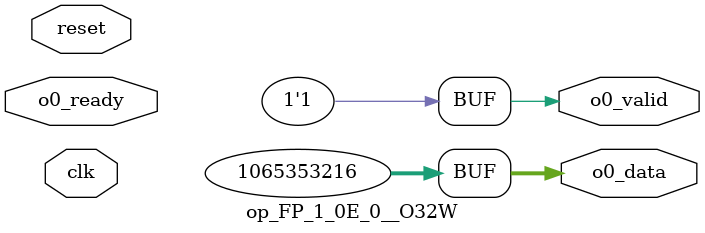
<source format=sv>
module op_FP_1_0E_0__O32W(	// git/chisel-template/src/main/scala/hls_float/hls_float.scala:220:7
  input         o0_ready,	// git/chisel-template/src/main/scala/hls_float/hls_float.scala:221:16
  output        o0_valid,	// git/chisel-template/src/main/scala/hls_float/hls_float.scala:221:16
  output [31:0] o0_data,	// git/chisel-template/src/main/scala/hls_float/hls_float.scala:221:16
  input         clk,	// git/chisel-template/src/main/scala/hls_float/hls_float.scala:222:18
                reset	// git/chisel-template/src/main/scala/hls_float/hls_float.scala:223:19
);

  assign o0_valid = 1'h1;	// git/chisel-template/src/main/scala/hls_float/hls_float.scala:220:7
  assign o0_data = 32'h3F800000;	// git/chisel-template/src/main/scala/hls_float/hls_float.scala:220:7, :226:36
endmodule



</source>
